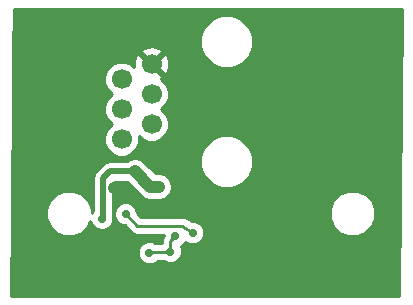
<source format=gbl>
G04 #@! TF.FileFunction,Copper,L2,Bot,Signal*
%FSLAX46Y46*%
G04 Gerber Fmt 4.6, Leading zero omitted, Abs format (unit mm)*
G04 Created by KiCad (PCBNEW 4.0.6-e0-6349~53~ubuntu16.04.1) date Sun May 21 15:57:31 2017*
%MOMM*%
%LPD*%
G01*
G04 APERTURE LIST*
%ADD10C,0.150000*%
%ADD11C,0.600000*%
%ADD12C,1.700000*%
%ADD13C,0.700000*%
%ADD14C,1.000000*%
%ADD15C,0.500000*%
%ADD16C,0.250000*%
%ADD17C,0.254000*%
G04 APERTURE END LIST*
D10*
D11*
X165600000Y-107500000D03*
X164600000Y-107500000D03*
X163600000Y-107500000D03*
X162600000Y-107500000D03*
X165600000Y-106500000D03*
X164600000Y-106500000D03*
X163600000Y-106500000D03*
X162600000Y-106500000D03*
X165600000Y-105500000D03*
X164600000Y-105500000D03*
X163600000Y-105500000D03*
X162600000Y-105500000D03*
X165600000Y-104500000D03*
X164600000Y-104500000D03*
X163600000Y-104500000D03*
X162600000Y-104500000D03*
X150400000Y-105700000D03*
X150400000Y-104600000D03*
X156500000Y-107600000D03*
X156500000Y-106500000D03*
X156500000Y-105500000D03*
X156500000Y-104500000D03*
X155500000Y-108500000D03*
X156500000Y-108500000D03*
X155500000Y-109500000D03*
X156500000Y-109500000D03*
X142600000Y-114500000D03*
X142600000Y-115500000D03*
X142600000Y-113400000D03*
D12*
X144460000Y-104975000D03*
X144460000Y-102435000D03*
X144460000Y-99895000D03*
X147000000Y-101165000D03*
X147000000Y-98625000D03*
X147000000Y-103705000D03*
D11*
X136300000Y-94300000D03*
X137300000Y-94300000D03*
X138300000Y-94300000D03*
X139300000Y-94300000D03*
X140300000Y-94300000D03*
X136300000Y-95300000D03*
X137300000Y-95300000D03*
X138300000Y-95300000D03*
X139300000Y-95300000D03*
X136300000Y-96300000D03*
X137300000Y-96300000D03*
X138300000Y-96300000D03*
X136300000Y-97300000D03*
X137300000Y-97300000D03*
X138300000Y-97300000D03*
X136300000Y-102500000D03*
X136300000Y-101500000D03*
X136300000Y-100500000D03*
X136300000Y-99500000D03*
X136300000Y-98500000D03*
X136300000Y-103500000D03*
X136300000Y-104500000D03*
X136300000Y-105500000D03*
X136300000Y-106500000D03*
X136300000Y-107500000D03*
X136300000Y-108500000D03*
X136300000Y-109500000D03*
X136300000Y-110500000D03*
X136300000Y-111500000D03*
X136300000Y-112500000D03*
X136300000Y-113500000D03*
X136300000Y-114500000D03*
X136300000Y-115500000D03*
X137400000Y-105500000D03*
X137400000Y-106500000D03*
X137400000Y-107500000D03*
X137400000Y-108500000D03*
X137400000Y-109500000D03*
X137400000Y-110500000D03*
X137400000Y-111500000D03*
X137400000Y-112500000D03*
X137400000Y-113500000D03*
X137400000Y-114500000D03*
X137400000Y-115500000D03*
X140600000Y-106500000D03*
X139600000Y-105500000D03*
X138500000Y-113500000D03*
X138500000Y-107500000D03*
X138600000Y-105500000D03*
X140500000Y-104400000D03*
X139500000Y-107500000D03*
X140600000Y-107500000D03*
X140500000Y-105600000D03*
X139600000Y-104400000D03*
X157500000Y-112500000D03*
X158500000Y-112500000D03*
X159500000Y-112500000D03*
X160500000Y-112500000D03*
X161500000Y-112500000D03*
X157500000Y-113500000D03*
X158500000Y-113500000D03*
X159500000Y-113500000D03*
X160500000Y-113500000D03*
X161500000Y-113500000D03*
X157500000Y-114600000D03*
X158500000Y-114600000D03*
X159500000Y-114600000D03*
X160500000Y-114500000D03*
X161500000Y-114500000D03*
X157500000Y-115600000D03*
X158500000Y-115600000D03*
X159500000Y-115600000D03*
X160500000Y-115500000D03*
X161500000Y-115500000D03*
X139300000Y-102500000D03*
X138300000Y-102500000D03*
X137300000Y-102500000D03*
X139300000Y-101500000D03*
X138300000Y-101500000D03*
X137300000Y-101500000D03*
X139300000Y-100500000D03*
X138300000Y-100500000D03*
X137300000Y-100500000D03*
X139300000Y-99500000D03*
X138300000Y-99500000D03*
X137300000Y-99500000D03*
X139300000Y-98500000D03*
X138300000Y-98500000D03*
X137300000Y-98500000D03*
X139300000Y-97300000D03*
X139300000Y-96300000D03*
X140300000Y-96300000D03*
X140300000Y-97300000D03*
X140300000Y-98500000D03*
X140300000Y-99500000D03*
X140300000Y-100500000D03*
X140300000Y-101500000D03*
X140300000Y-102500000D03*
X140300000Y-95300000D03*
X143300000Y-95300000D03*
X143300000Y-97300000D03*
X143300000Y-96300000D03*
X142300000Y-96300000D03*
X142300000Y-97300000D03*
X141300000Y-97300000D03*
X141300000Y-96300000D03*
X142300000Y-95300000D03*
X141300000Y-95300000D03*
X143300000Y-94300000D03*
X142300000Y-94300000D03*
X141300000Y-94300000D03*
X137400000Y-104600000D03*
X137400000Y-103600000D03*
X138600000Y-106500000D03*
X138400000Y-103600000D03*
X139600000Y-108500000D03*
X139500000Y-106500000D03*
X138500000Y-109500000D03*
X138500000Y-108500000D03*
X140600000Y-108500000D03*
X138700000Y-104400000D03*
X139600000Y-103600000D03*
X140600000Y-113400000D03*
X139600000Y-113400000D03*
X141600000Y-113400000D03*
X141600000Y-115500000D03*
X140600000Y-115500000D03*
X139600000Y-115500000D03*
X141600000Y-114500000D03*
X140600000Y-114500000D03*
X139600000Y-114500000D03*
X138500000Y-115500000D03*
X138500000Y-114500000D03*
X138500000Y-116600000D03*
X138500000Y-117600000D03*
X139600000Y-116600000D03*
X140600000Y-116600000D03*
X141600000Y-116600000D03*
X139600000Y-117600000D03*
X140600000Y-117600000D03*
X141600000Y-117600000D03*
X146700000Y-117600000D03*
X146700000Y-116600000D03*
X137400000Y-117600000D03*
X137400000Y-116600000D03*
X136300000Y-117600000D03*
X136300000Y-116600000D03*
X147700000Y-116600000D03*
X147700000Y-117600000D03*
X148700000Y-117600000D03*
X161500000Y-117600000D03*
X160500000Y-117600000D03*
X159500000Y-117700000D03*
X158500000Y-117700000D03*
X157500000Y-117700000D03*
X161500000Y-116600000D03*
X160500000Y-116600000D03*
X159500000Y-116700000D03*
X158500000Y-116700000D03*
X157500000Y-116700000D03*
X162600000Y-116600000D03*
X163600000Y-116600000D03*
X164600000Y-116600000D03*
X162600000Y-117600000D03*
X163600000Y-117600000D03*
X164600000Y-117600000D03*
X164600000Y-115500000D03*
X163600000Y-115500000D03*
X162600000Y-115500000D03*
X164600000Y-114500000D03*
X163600000Y-114500000D03*
X162600000Y-114500000D03*
X164600000Y-113500000D03*
X163600000Y-113500000D03*
X162600000Y-113500000D03*
X163600000Y-108500000D03*
X164600000Y-108500000D03*
X162600000Y-109500000D03*
X161500000Y-111500000D03*
X160500000Y-111500000D03*
X159500000Y-111500000D03*
X158500000Y-111500000D03*
X157500000Y-111500000D03*
X161500000Y-110500000D03*
X160500000Y-110500000D03*
X159500000Y-110500000D03*
X158500000Y-110500000D03*
X157500000Y-110500000D03*
X161500000Y-109500000D03*
X160500000Y-109500000D03*
X159500000Y-109500000D03*
X158500000Y-109500000D03*
X157500000Y-109500000D03*
X162600000Y-108600000D03*
X161500000Y-108500000D03*
X160500000Y-108500000D03*
X159500000Y-108500000D03*
X158500000Y-108500000D03*
X157500000Y-108500000D03*
X165600000Y-108600000D03*
X167600000Y-111500000D03*
X166600000Y-111500000D03*
X167600000Y-110500000D03*
X166600000Y-110500000D03*
X167600000Y-109500000D03*
X166600000Y-109500000D03*
X165600000Y-109500000D03*
X167600000Y-108600000D03*
X166600000Y-108600000D03*
X166600000Y-112500000D03*
X167600000Y-112500000D03*
X165600000Y-113500000D03*
X166600000Y-113500000D03*
X167600000Y-113500000D03*
X165600000Y-114500000D03*
X166600000Y-114500000D03*
X167600000Y-114500000D03*
X165600000Y-115500000D03*
X166600000Y-115500000D03*
X167600000Y-115500000D03*
X167600000Y-117600000D03*
X166600000Y-117600000D03*
X165600000Y-117600000D03*
X167600000Y-116600000D03*
X166600000Y-116600000D03*
X165600000Y-116600000D03*
X157500000Y-104500000D03*
X158500000Y-104500000D03*
X159500000Y-104500000D03*
X160500000Y-104500000D03*
X161500000Y-104500000D03*
X157500000Y-105500000D03*
X158500000Y-105500000D03*
X159500000Y-105500000D03*
X160500000Y-105500000D03*
X161500000Y-105500000D03*
X157500000Y-106500000D03*
X158500000Y-106500000D03*
X159500000Y-106500000D03*
X160500000Y-106500000D03*
X161500000Y-106500000D03*
X157500000Y-107500000D03*
X158500000Y-107500000D03*
X159500000Y-107500000D03*
X160500000Y-107500000D03*
X161500000Y-107500000D03*
X165600000Y-98300000D03*
X165600000Y-102400000D03*
X166600000Y-102400000D03*
X167600000Y-102400000D03*
X165600000Y-103400000D03*
X166600000Y-103400000D03*
X167600000Y-103400000D03*
X167600000Y-101300000D03*
X166600000Y-101300000D03*
X165600000Y-101300000D03*
X167600000Y-100300000D03*
X166600000Y-100300000D03*
X165600000Y-100300000D03*
X167600000Y-99300000D03*
X166600000Y-99300000D03*
X165600000Y-99300000D03*
X167600000Y-98300000D03*
X166600000Y-98300000D03*
X166600000Y-94300000D03*
X167600000Y-94300000D03*
X165600000Y-95300000D03*
X166600000Y-95300000D03*
X167600000Y-95300000D03*
X165600000Y-96300000D03*
X166600000Y-96300000D03*
X167600000Y-96300000D03*
X165600000Y-97300000D03*
X166600000Y-97300000D03*
X167600000Y-97300000D03*
X165600000Y-94300000D03*
X157500000Y-94300000D03*
X158500000Y-94300000D03*
X159500000Y-94300000D03*
X160500000Y-94300000D03*
X161500000Y-94300000D03*
X162600000Y-94300000D03*
X157500000Y-95300000D03*
X158500000Y-95300000D03*
X159500000Y-95300000D03*
X160500000Y-95300000D03*
X161500000Y-95300000D03*
X157500000Y-96300000D03*
X158500000Y-96300000D03*
X159500000Y-96300000D03*
X160500000Y-96300000D03*
X161500000Y-96300000D03*
X157500000Y-97300000D03*
X158500000Y-97300000D03*
X159500000Y-97300000D03*
X160500000Y-97300000D03*
X161500000Y-97300000D03*
X164600000Y-97300000D03*
X163600000Y-97300000D03*
X162600000Y-97300000D03*
X164600000Y-96300000D03*
X163600000Y-96300000D03*
X162600000Y-96300000D03*
X164600000Y-95300000D03*
X163600000Y-95300000D03*
X162600000Y-95300000D03*
X164600000Y-94300000D03*
X163600000Y-94300000D03*
X163600000Y-98300000D03*
X164600000Y-98300000D03*
X162600000Y-99300000D03*
X163600000Y-99300000D03*
X164600000Y-99300000D03*
X162600000Y-100300000D03*
X163600000Y-100300000D03*
X164600000Y-100300000D03*
X162600000Y-101300000D03*
X163600000Y-101300000D03*
X164600000Y-101300000D03*
X164600000Y-103400000D03*
X163600000Y-103400000D03*
X162600000Y-103400000D03*
X164600000Y-102400000D03*
X163600000Y-102400000D03*
X162600000Y-102400000D03*
X157500000Y-102400000D03*
X158500000Y-102400000D03*
X159500000Y-102400000D03*
X160500000Y-102400000D03*
X161500000Y-102400000D03*
X157500000Y-103400000D03*
X158500000Y-103400000D03*
X159500000Y-103400000D03*
X160500000Y-103400000D03*
X161500000Y-103400000D03*
X161500000Y-101300000D03*
X160500000Y-101300000D03*
X159500000Y-101300000D03*
X158500000Y-101300000D03*
X157500000Y-101300000D03*
X161500000Y-100300000D03*
X160500000Y-100300000D03*
X159500000Y-100300000D03*
X158500000Y-100300000D03*
X157500000Y-100300000D03*
X161500000Y-99300000D03*
X160500000Y-99300000D03*
X159500000Y-99300000D03*
X158500000Y-99300000D03*
X157500000Y-99300000D03*
X162600000Y-98300000D03*
X161500000Y-98300000D03*
X160500000Y-98300000D03*
X159500000Y-98300000D03*
X158500000Y-98300000D03*
X157500000Y-98300000D03*
X147300000Y-94300000D03*
X148300000Y-94300000D03*
X149300000Y-94300000D03*
X147300000Y-95300000D03*
X148300000Y-95300000D03*
X147300000Y-96300000D03*
X148300000Y-96300000D03*
X149300000Y-96300000D03*
X149300000Y-95300000D03*
X146300000Y-95300000D03*
X146300000Y-96300000D03*
X145300000Y-96300000D03*
X144300000Y-96300000D03*
X145300000Y-95300000D03*
X144300000Y-95300000D03*
X146300000Y-94300000D03*
X145300000Y-94300000D03*
X144300000Y-94300000D03*
X150400000Y-99300000D03*
X151400000Y-99300000D03*
X152400000Y-99300000D03*
X153400000Y-99300000D03*
X154400000Y-99300000D03*
X150400000Y-100300000D03*
X151400000Y-100300000D03*
X152400000Y-100300000D03*
X153400000Y-100300000D03*
X154400000Y-100300000D03*
X150400000Y-101300000D03*
X151400000Y-101300000D03*
X152400000Y-101300000D03*
X153400000Y-101300000D03*
X154400000Y-101300000D03*
X154400000Y-103400000D03*
X153400000Y-103400000D03*
X152400000Y-103400000D03*
X151400000Y-103400000D03*
X150400000Y-103400000D03*
X154400000Y-102400000D03*
X153400000Y-102400000D03*
X152400000Y-102400000D03*
X151400000Y-102400000D03*
X150400000Y-102400000D03*
X155500000Y-102400000D03*
X156500000Y-102400000D03*
X155500000Y-103400000D03*
X156500000Y-103400000D03*
X156500000Y-101300000D03*
X155500000Y-101300000D03*
X156500000Y-100300000D03*
X155500000Y-100300000D03*
X156500000Y-99300000D03*
X155500000Y-99300000D03*
X166600000Y-104500000D03*
X167600000Y-104500000D03*
X167600000Y-106600000D03*
X166600000Y-106600000D03*
X167600000Y-105600000D03*
X166600000Y-105600000D03*
X166600000Y-107600000D03*
X167600000Y-107600000D03*
X142600000Y-116600000D03*
X143600000Y-116600000D03*
X144600000Y-116600000D03*
X145600000Y-116600000D03*
X142600000Y-117600000D03*
X143600000Y-117600000D03*
X144600000Y-117600000D03*
X145600000Y-117600000D03*
D13*
X143900000Y-109100000D03*
X149000000Y-116300000D03*
X150200000Y-117300000D03*
X150500000Y-111500000D03*
X154400000Y-115900000D03*
X154300000Y-114900000D03*
X154500000Y-111800000D03*
X154200000Y-113800000D03*
X155000000Y-112900000D03*
X142800000Y-111700000D03*
X145600000Y-107700000D03*
X147600000Y-109000000D03*
X149000000Y-113200000D03*
X148600000Y-114500000D03*
X146800000Y-114600000D03*
X144800000Y-111300000D03*
X150500000Y-112900000D03*
D14*
X143900000Y-109100000D02*
X143800000Y-109100000D01*
D15*
X143500000Y-107700000D02*
X145600000Y-107700000D01*
X142900000Y-108300000D02*
X143500000Y-107700000D01*
X142900000Y-111600000D02*
X142900000Y-108300000D01*
X142800000Y-111700000D02*
X142900000Y-111600000D01*
D14*
X145600000Y-107700000D02*
X146900000Y-109000000D01*
X146900000Y-109000000D02*
X147600000Y-109000000D01*
D16*
X148600000Y-113600000D02*
X148600000Y-114500000D01*
X149000000Y-113200000D02*
X148600000Y-113600000D01*
X146900000Y-114500000D02*
X148600000Y-114500000D01*
X146800000Y-114600000D02*
X146900000Y-114500000D01*
X145800000Y-112300000D02*
X144800000Y-111300000D01*
X149600000Y-112300000D02*
X145800000Y-112300000D01*
X150500000Y-112900000D02*
X149600000Y-112300000D01*
D17*
G36*
X167974028Y-118273000D02*
X135128037Y-118273000D01*
X135182031Y-111631622D01*
X138072666Y-111631622D01*
X138365416Y-112340132D01*
X138907017Y-112882678D01*
X139615014Y-113176665D01*
X140381622Y-113177334D01*
X141090132Y-112884584D01*
X141632678Y-112342983D01*
X141822837Y-111885030D01*
X141822830Y-111893485D01*
X141971256Y-112252703D01*
X142245851Y-112527778D01*
X142604810Y-112676830D01*
X142993485Y-112677170D01*
X143352703Y-112528744D01*
X143627778Y-112254149D01*
X143776830Y-111895190D01*
X143777170Y-111506515D01*
X143777000Y-111506104D01*
X143777000Y-111493485D01*
X143822830Y-111493485D01*
X143971256Y-111852703D01*
X144245851Y-112127778D01*
X144604810Y-112276830D01*
X144713437Y-112276925D01*
X145268256Y-112831745D01*
X145378255Y-112905243D01*
X145512222Y-112994757D01*
X145800000Y-113052000D01*
X148023129Y-113052000D01*
X148023055Y-113135904D01*
X147905243Y-113312222D01*
X147848000Y-113600000D01*
X147848000Y-113748000D01*
X147295816Y-113748000D01*
X146995190Y-113623170D01*
X146606515Y-113622830D01*
X146247297Y-113771256D01*
X145972222Y-114045851D01*
X145823170Y-114404810D01*
X145822830Y-114793485D01*
X145971256Y-115152703D01*
X146245851Y-115427778D01*
X146604810Y-115576830D01*
X146993485Y-115577170D01*
X147352703Y-115428744D01*
X147529756Y-115252000D01*
X147970205Y-115252000D01*
X148045851Y-115327778D01*
X148404810Y-115476830D01*
X148793485Y-115477170D01*
X149152703Y-115328744D01*
X149427778Y-115054149D01*
X149576830Y-114695190D01*
X149577170Y-114306515D01*
X149475567Y-114060616D01*
X149552703Y-114028744D01*
X149827778Y-113754149D01*
X149870197Y-113651992D01*
X149945851Y-113727778D01*
X150304810Y-113876830D01*
X150693485Y-113877170D01*
X151052703Y-113728744D01*
X151327778Y-113454149D01*
X151476830Y-113095190D01*
X151477170Y-112706515D01*
X151328744Y-112347297D01*
X151054149Y-112072222D01*
X150695190Y-111923170D01*
X150390042Y-111922903D01*
X150017135Y-111674298D01*
X149949035Y-111646174D01*
X149927257Y-111631622D01*
X162072666Y-111631622D01*
X162365416Y-112340132D01*
X162907017Y-112882678D01*
X163615014Y-113176665D01*
X164381622Y-113177334D01*
X165090132Y-112884584D01*
X165632678Y-112342983D01*
X165926665Y-111634986D01*
X165927334Y-110868378D01*
X165634584Y-110159868D01*
X165092983Y-109617322D01*
X164384986Y-109323335D01*
X163618378Y-109322666D01*
X162909868Y-109615416D01*
X162367322Y-110157017D01*
X162073335Y-110865014D01*
X162072666Y-111631622D01*
X149927257Y-111631622D01*
X149887778Y-111605243D01*
X149814753Y-111590717D01*
X149745936Y-111562297D01*
X149672263Y-111562374D01*
X149600000Y-111548000D01*
X146111489Y-111548000D01*
X145777076Y-111213588D01*
X145777170Y-111106515D01*
X145628744Y-110747297D01*
X145354149Y-110472222D01*
X144995190Y-110323170D01*
X144606515Y-110322830D01*
X144247297Y-110471256D01*
X143972222Y-110745851D01*
X143823170Y-111104810D01*
X143822830Y-111493485D01*
X143777000Y-111493485D01*
X143777000Y-108663266D01*
X143863266Y-108577000D01*
X144883182Y-108577000D01*
X146103091Y-109796910D01*
X146468716Y-110041212D01*
X146900000Y-110127000D01*
X147600000Y-110127000D01*
X148031284Y-110041212D01*
X148396909Y-109796909D01*
X148641212Y-109431284D01*
X148727000Y-109000000D01*
X148641212Y-108568716D01*
X148396909Y-108203091D01*
X148031284Y-107958788D01*
X147600000Y-107873000D01*
X147366819Y-107873000D01*
X146812873Y-107319054D01*
X151132616Y-107319054D01*
X151469423Y-108134189D01*
X152092530Y-108758386D01*
X152907077Y-109096615D01*
X153789054Y-109097384D01*
X154604189Y-108760577D01*
X155228386Y-108137470D01*
X155566615Y-107322923D01*
X155567384Y-106440946D01*
X155230577Y-105625811D01*
X154607470Y-105001614D01*
X153792923Y-104663385D01*
X152910946Y-104662616D01*
X152095811Y-104999423D01*
X151471614Y-105622530D01*
X151133385Y-106437077D01*
X151132616Y-107319054D01*
X146812873Y-107319054D01*
X146396909Y-106903091D01*
X146031284Y-106658788D01*
X145600000Y-106573000D01*
X145168716Y-106658788D01*
X144922956Y-106823000D01*
X143500000Y-106823000D01*
X143164387Y-106889758D01*
X142879867Y-107079867D01*
X142279867Y-107679867D01*
X142089758Y-107964387D01*
X142023000Y-108300000D01*
X142023000Y-111095162D01*
X141972222Y-111145851D01*
X141926997Y-111254766D01*
X141927334Y-110868378D01*
X141634584Y-110159868D01*
X141092983Y-109617322D01*
X140384986Y-109323335D01*
X139618378Y-109322666D01*
X138909868Y-109615416D01*
X138367322Y-110157017D01*
X138073335Y-110865014D01*
X138072666Y-111631622D01*
X135182031Y-111631622D01*
X135275073Y-100187505D01*
X142982744Y-100187505D01*
X143207130Y-100730560D01*
X143622254Y-101146409D01*
X143666463Y-101164766D01*
X143624440Y-101182130D01*
X143208591Y-101597254D01*
X142983257Y-102139918D01*
X142982744Y-102727505D01*
X143207130Y-103270560D01*
X143622254Y-103686409D01*
X143666463Y-103704766D01*
X143624440Y-103722130D01*
X143208591Y-104137254D01*
X142983257Y-104679918D01*
X142982744Y-105267505D01*
X143207130Y-105810560D01*
X143622254Y-106226409D01*
X144164918Y-106451743D01*
X144752505Y-106452256D01*
X145295560Y-106227870D01*
X145711409Y-105812746D01*
X145936743Y-105270082D01*
X145937214Y-104730976D01*
X146162254Y-104956409D01*
X146704918Y-105181743D01*
X147292505Y-105182256D01*
X147835560Y-104957870D01*
X148251409Y-104542746D01*
X148476743Y-104000082D01*
X148477256Y-103412495D01*
X148252870Y-102869440D01*
X147837746Y-102453591D01*
X147793537Y-102435234D01*
X147835560Y-102417870D01*
X148251409Y-102002746D01*
X148476743Y-101460082D01*
X148477256Y-100872495D01*
X148252870Y-100329440D01*
X147837746Y-99913591D01*
X147792245Y-99894697D01*
X147864353Y-99668958D01*
X147000000Y-98804605D01*
X146985858Y-98818748D01*
X146806253Y-98639143D01*
X146820395Y-98625000D01*
X147179605Y-98625000D01*
X148043958Y-99489353D01*
X148295259Y-99409080D01*
X148496718Y-98853721D01*
X148470315Y-98263542D01*
X148295259Y-97840920D01*
X148043958Y-97760647D01*
X147179605Y-98625000D01*
X146820395Y-98625000D01*
X145956042Y-97760647D01*
X145704741Y-97840920D01*
X145503282Y-98396279D01*
X145524509Y-98870750D01*
X145297746Y-98643591D01*
X144755082Y-98418257D01*
X144167495Y-98417744D01*
X143624440Y-98642130D01*
X143208591Y-99057254D01*
X142983257Y-99599918D01*
X142982744Y-100187505D01*
X135275073Y-100187505D01*
X135296263Y-97581042D01*
X146135647Y-97581042D01*
X147000000Y-98445395D01*
X147864353Y-97581042D01*
X147784080Y-97329741D01*
X147313550Y-97159054D01*
X151132616Y-97159054D01*
X151469423Y-97974189D01*
X152092530Y-98598386D01*
X152907077Y-98936615D01*
X153789054Y-98937384D01*
X154604189Y-98600577D01*
X155228386Y-97977470D01*
X155566615Y-97162923D01*
X155567384Y-96280946D01*
X155230577Y-95465811D01*
X154607470Y-94841614D01*
X153792923Y-94503385D01*
X152910946Y-94502616D01*
X152095811Y-94839423D01*
X151471614Y-95462530D01*
X151133385Y-96277077D01*
X151132616Y-97159054D01*
X147313550Y-97159054D01*
X147228721Y-97128282D01*
X146638542Y-97154685D01*
X146215920Y-97329741D01*
X146135647Y-97581042D01*
X135296263Y-97581042D01*
X135325972Y-93927000D01*
X168171963Y-93927000D01*
X167974028Y-118273000D01*
X167974028Y-118273000D01*
G37*
X167974028Y-118273000D02*
X135128037Y-118273000D01*
X135182031Y-111631622D01*
X138072666Y-111631622D01*
X138365416Y-112340132D01*
X138907017Y-112882678D01*
X139615014Y-113176665D01*
X140381622Y-113177334D01*
X141090132Y-112884584D01*
X141632678Y-112342983D01*
X141822837Y-111885030D01*
X141822830Y-111893485D01*
X141971256Y-112252703D01*
X142245851Y-112527778D01*
X142604810Y-112676830D01*
X142993485Y-112677170D01*
X143352703Y-112528744D01*
X143627778Y-112254149D01*
X143776830Y-111895190D01*
X143777170Y-111506515D01*
X143777000Y-111506104D01*
X143777000Y-111493485D01*
X143822830Y-111493485D01*
X143971256Y-111852703D01*
X144245851Y-112127778D01*
X144604810Y-112276830D01*
X144713437Y-112276925D01*
X145268256Y-112831745D01*
X145378255Y-112905243D01*
X145512222Y-112994757D01*
X145800000Y-113052000D01*
X148023129Y-113052000D01*
X148023055Y-113135904D01*
X147905243Y-113312222D01*
X147848000Y-113600000D01*
X147848000Y-113748000D01*
X147295816Y-113748000D01*
X146995190Y-113623170D01*
X146606515Y-113622830D01*
X146247297Y-113771256D01*
X145972222Y-114045851D01*
X145823170Y-114404810D01*
X145822830Y-114793485D01*
X145971256Y-115152703D01*
X146245851Y-115427778D01*
X146604810Y-115576830D01*
X146993485Y-115577170D01*
X147352703Y-115428744D01*
X147529756Y-115252000D01*
X147970205Y-115252000D01*
X148045851Y-115327778D01*
X148404810Y-115476830D01*
X148793485Y-115477170D01*
X149152703Y-115328744D01*
X149427778Y-115054149D01*
X149576830Y-114695190D01*
X149577170Y-114306515D01*
X149475567Y-114060616D01*
X149552703Y-114028744D01*
X149827778Y-113754149D01*
X149870197Y-113651992D01*
X149945851Y-113727778D01*
X150304810Y-113876830D01*
X150693485Y-113877170D01*
X151052703Y-113728744D01*
X151327778Y-113454149D01*
X151476830Y-113095190D01*
X151477170Y-112706515D01*
X151328744Y-112347297D01*
X151054149Y-112072222D01*
X150695190Y-111923170D01*
X150390042Y-111922903D01*
X150017135Y-111674298D01*
X149949035Y-111646174D01*
X149927257Y-111631622D01*
X162072666Y-111631622D01*
X162365416Y-112340132D01*
X162907017Y-112882678D01*
X163615014Y-113176665D01*
X164381622Y-113177334D01*
X165090132Y-112884584D01*
X165632678Y-112342983D01*
X165926665Y-111634986D01*
X165927334Y-110868378D01*
X165634584Y-110159868D01*
X165092983Y-109617322D01*
X164384986Y-109323335D01*
X163618378Y-109322666D01*
X162909868Y-109615416D01*
X162367322Y-110157017D01*
X162073335Y-110865014D01*
X162072666Y-111631622D01*
X149927257Y-111631622D01*
X149887778Y-111605243D01*
X149814753Y-111590717D01*
X149745936Y-111562297D01*
X149672263Y-111562374D01*
X149600000Y-111548000D01*
X146111489Y-111548000D01*
X145777076Y-111213588D01*
X145777170Y-111106515D01*
X145628744Y-110747297D01*
X145354149Y-110472222D01*
X144995190Y-110323170D01*
X144606515Y-110322830D01*
X144247297Y-110471256D01*
X143972222Y-110745851D01*
X143823170Y-111104810D01*
X143822830Y-111493485D01*
X143777000Y-111493485D01*
X143777000Y-108663266D01*
X143863266Y-108577000D01*
X144883182Y-108577000D01*
X146103091Y-109796910D01*
X146468716Y-110041212D01*
X146900000Y-110127000D01*
X147600000Y-110127000D01*
X148031284Y-110041212D01*
X148396909Y-109796909D01*
X148641212Y-109431284D01*
X148727000Y-109000000D01*
X148641212Y-108568716D01*
X148396909Y-108203091D01*
X148031284Y-107958788D01*
X147600000Y-107873000D01*
X147366819Y-107873000D01*
X146812873Y-107319054D01*
X151132616Y-107319054D01*
X151469423Y-108134189D01*
X152092530Y-108758386D01*
X152907077Y-109096615D01*
X153789054Y-109097384D01*
X154604189Y-108760577D01*
X155228386Y-108137470D01*
X155566615Y-107322923D01*
X155567384Y-106440946D01*
X155230577Y-105625811D01*
X154607470Y-105001614D01*
X153792923Y-104663385D01*
X152910946Y-104662616D01*
X152095811Y-104999423D01*
X151471614Y-105622530D01*
X151133385Y-106437077D01*
X151132616Y-107319054D01*
X146812873Y-107319054D01*
X146396909Y-106903091D01*
X146031284Y-106658788D01*
X145600000Y-106573000D01*
X145168716Y-106658788D01*
X144922956Y-106823000D01*
X143500000Y-106823000D01*
X143164387Y-106889758D01*
X142879867Y-107079867D01*
X142279867Y-107679867D01*
X142089758Y-107964387D01*
X142023000Y-108300000D01*
X142023000Y-111095162D01*
X141972222Y-111145851D01*
X141926997Y-111254766D01*
X141927334Y-110868378D01*
X141634584Y-110159868D01*
X141092983Y-109617322D01*
X140384986Y-109323335D01*
X139618378Y-109322666D01*
X138909868Y-109615416D01*
X138367322Y-110157017D01*
X138073335Y-110865014D01*
X138072666Y-111631622D01*
X135182031Y-111631622D01*
X135275073Y-100187505D01*
X142982744Y-100187505D01*
X143207130Y-100730560D01*
X143622254Y-101146409D01*
X143666463Y-101164766D01*
X143624440Y-101182130D01*
X143208591Y-101597254D01*
X142983257Y-102139918D01*
X142982744Y-102727505D01*
X143207130Y-103270560D01*
X143622254Y-103686409D01*
X143666463Y-103704766D01*
X143624440Y-103722130D01*
X143208591Y-104137254D01*
X142983257Y-104679918D01*
X142982744Y-105267505D01*
X143207130Y-105810560D01*
X143622254Y-106226409D01*
X144164918Y-106451743D01*
X144752505Y-106452256D01*
X145295560Y-106227870D01*
X145711409Y-105812746D01*
X145936743Y-105270082D01*
X145937214Y-104730976D01*
X146162254Y-104956409D01*
X146704918Y-105181743D01*
X147292505Y-105182256D01*
X147835560Y-104957870D01*
X148251409Y-104542746D01*
X148476743Y-104000082D01*
X148477256Y-103412495D01*
X148252870Y-102869440D01*
X147837746Y-102453591D01*
X147793537Y-102435234D01*
X147835560Y-102417870D01*
X148251409Y-102002746D01*
X148476743Y-101460082D01*
X148477256Y-100872495D01*
X148252870Y-100329440D01*
X147837746Y-99913591D01*
X147792245Y-99894697D01*
X147864353Y-99668958D01*
X147000000Y-98804605D01*
X146985858Y-98818748D01*
X146806253Y-98639143D01*
X146820395Y-98625000D01*
X147179605Y-98625000D01*
X148043958Y-99489353D01*
X148295259Y-99409080D01*
X148496718Y-98853721D01*
X148470315Y-98263542D01*
X148295259Y-97840920D01*
X148043958Y-97760647D01*
X147179605Y-98625000D01*
X146820395Y-98625000D01*
X145956042Y-97760647D01*
X145704741Y-97840920D01*
X145503282Y-98396279D01*
X145524509Y-98870750D01*
X145297746Y-98643591D01*
X144755082Y-98418257D01*
X144167495Y-98417744D01*
X143624440Y-98642130D01*
X143208591Y-99057254D01*
X142983257Y-99599918D01*
X142982744Y-100187505D01*
X135275073Y-100187505D01*
X135296263Y-97581042D01*
X146135647Y-97581042D01*
X147000000Y-98445395D01*
X147864353Y-97581042D01*
X147784080Y-97329741D01*
X147313550Y-97159054D01*
X151132616Y-97159054D01*
X151469423Y-97974189D01*
X152092530Y-98598386D01*
X152907077Y-98936615D01*
X153789054Y-98937384D01*
X154604189Y-98600577D01*
X155228386Y-97977470D01*
X155566615Y-97162923D01*
X155567384Y-96280946D01*
X155230577Y-95465811D01*
X154607470Y-94841614D01*
X153792923Y-94503385D01*
X152910946Y-94502616D01*
X152095811Y-94839423D01*
X151471614Y-95462530D01*
X151133385Y-96277077D01*
X151132616Y-97159054D01*
X147313550Y-97159054D01*
X147228721Y-97128282D01*
X146638542Y-97154685D01*
X146215920Y-97329741D01*
X146135647Y-97581042D01*
X135296263Y-97581042D01*
X135325972Y-93927000D01*
X168171963Y-93927000D01*
X167974028Y-118273000D01*
M02*

</source>
